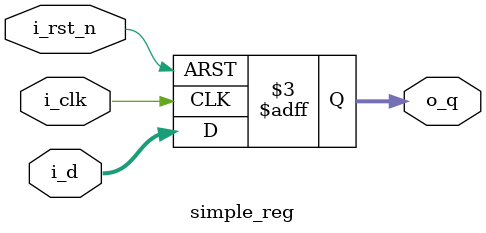
<source format=v>
module simple_reg #(
	parameter WIDTH = 8
)(
	input				i_clk,
	input				i_rst_n,
	input		[WIDTH-1:0]	i_d,
	output	reg	[WIDTH-1:0]	o_q
);
	always @(posedge i_clk or negedge i_rst_n) begin
		if(!i_rst_n)
			o_q <= {WIDTH{1'b0}};
		else
			o_q <= i_d;
	end

endmodule

</source>
